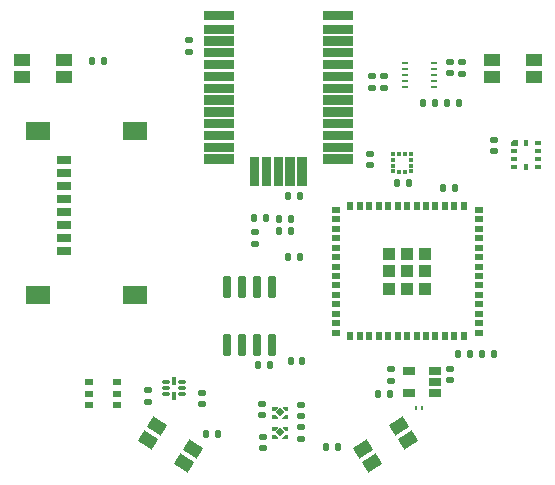
<source format=gbr>
G04 #@! TF.GenerationSoftware,KiCad,Pcbnew,7.0.8-7.0.8~ubuntu22.04.1*
G04 #@! TF.CreationDate,2023-10-27T20:54:45-04:00*
G04 #@! TF.ProjectId,osw,6f73772e-6b69-4636-9164-5f7063625858,4.0*
G04 #@! TF.SameCoordinates,Original*
G04 #@! TF.FileFunction,Paste,Top*
G04 #@! TF.FilePolarity,Positive*
%FSLAX46Y46*%
G04 Gerber Fmt 4.6, Leading zero omitted, Abs format (unit mm)*
G04 Created by KiCad (PCBNEW 7.0.8-7.0.8~ubuntu22.04.1) date 2023-10-27 20:54:45*
%MOMM*%
%LPD*%
G01*
G04 APERTURE LIST*
G04 Aperture macros list*
%AMRoundRect*
0 Rectangle with rounded corners*
0 $1 Rounding radius*
0 $2 $3 $4 $5 $6 $7 $8 $9 X,Y pos of 4 corners*
0 Add a 4 corners polygon primitive as box body*
4,1,4,$2,$3,$4,$5,$6,$7,$8,$9,$2,$3,0*
0 Add four circle primitives for the rounded corners*
1,1,$1+$1,$2,$3*
1,1,$1+$1,$4,$5*
1,1,$1+$1,$6,$7*
1,1,$1+$1,$8,$9*
0 Add four rect primitives between the rounded corners*
20,1,$1+$1,$2,$3,$4,$5,0*
20,1,$1+$1,$4,$5,$6,$7,0*
20,1,$1+$1,$6,$7,$8,$9,0*
20,1,$1+$1,$8,$9,$2,$3,0*%
%AMRotRect*
0 Rectangle, with rotation*
0 The origin of the aperture is its center*
0 $1 length*
0 $2 width*
0 $3 Rotation angle, in degrees counterclockwise*
0 Add horizontal line*
21,1,$1,$2,0,0,$3*%
G04 Aperture macros list end*
%ADD10C,0.010000*%
%ADD11C,0.001000*%
%ADD12RoundRect,0.135000X-0.185000X0.135000X-0.185000X-0.135000X0.185000X-0.135000X0.185000X0.135000X0*%
%ADD13RoundRect,0.135000X0.135000X0.185000X-0.135000X0.185000X-0.135000X-0.185000X0.135000X-0.185000X0*%
%ADD14RoundRect,0.140000X-0.170000X0.140000X-0.170000X-0.140000X0.170000X-0.140000X0.170000X0.140000X0*%
%ADD15R,0.275000X0.400000*%
%ADD16RoundRect,0.135000X-0.135000X-0.185000X0.135000X-0.185000X0.135000X0.185000X-0.135000X0.185000X0*%
%ADD17RoundRect,0.140000X-0.140000X-0.170000X0.140000X-0.170000X0.140000X0.170000X-0.140000X0.170000X0*%
%ADD18RoundRect,0.135000X0.185000X-0.135000X0.185000X0.135000X-0.185000X0.135000X-0.185000X-0.135000X0*%
%ADD19R,0.800000X0.550000*%
%ADD20R,0.500000X0.400000*%
%ADD21R,0.400000X0.500000*%
%ADD22R,0.500000X0.800000*%
%ADD23R,0.800000X0.500000*%
%ADD24R,1.000000X1.000000*%
%ADD25RotRect,1.400000X1.050000X327.481000*%
%ADD26RoundRect,0.140000X0.170000X-0.140000X0.170000X0.140000X-0.170000X0.140000X-0.170000X-0.140000X0*%
%ADD27RotRect,0.480000X0.480000X135.000000*%
%ADD28R,1.200000X0.800000*%
%ADD29R,2.000000X1.500000*%
%ADD30RoundRect,0.090000X-0.210000X0.865000X-0.210000X-0.865000X0.210000X-0.865000X0.210000X0.865000X0*%
%ADD31R,1.400000X1.050000*%
%ADD32RotRect,1.400000X1.050000X32.520000*%
%ADD33RoundRect,0.007500X-0.267500X-0.117500X0.267500X-0.117500X0.267500X0.117500X-0.267500X0.117500X0*%
%ADD34RoundRect,0.006000X-0.269000X-0.094000X0.269000X-0.094000X0.269000X0.094000X-0.269000X0.094000X0*%
%ADD35RoundRect,0.012000X0.138000X-0.288000X0.138000X0.288000X-0.138000X0.288000X-0.138000X-0.288000X0*%
%ADD36R,1.060000X0.650000*%
%ADD37R,0.375000X0.350000*%
%ADD38R,0.350000X0.375000*%
%ADD39R,0.575000X0.250000*%
G04 APERTURE END LIST*
D10*
X166275000Y-103250000D02*
X163825000Y-103250000D01*
X163825000Y-102550000D01*
X166275000Y-102550000D01*
X166275000Y-103250000D01*
G36*
X166275000Y-103250000D02*
G01*
X163825000Y-103250000D01*
X163825000Y-102550000D01*
X166275000Y-102550000D01*
X166275000Y-103250000D01*
G37*
X166275000Y-102250000D02*
X163825000Y-102250000D01*
X163825000Y-101550000D01*
X166275000Y-101550000D01*
X166275000Y-102250000D01*
G36*
X166275000Y-102250000D02*
G01*
X163825000Y-102250000D01*
X163825000Y-101550000D01*
X166275000Y-101550000D01*
X166275000Y-102250000D01*
G37*
X166275000Y-101250000D02*
X163825000Y-101250000D01*
X163825000Y-100550000D01*
X166275000Y-100550000D01*
X166275000Y-101250000D01*
G36*
X166275000Y-101250000D02*
G01*
X163825000Y-101250000D01*
X163825000Y-100550000D01*
X166275000Y-100550000D01*
X166275000Y-101250000D01*
G37*
X166275000Y-100250000D02*
X163825000Y-100250000D01*
X163825000Y-99550000D01*
X166275000Y-99550000D01*
X166275000Y-100250000D01*
G36*
X166275000Y-100250000D02*
G01*
X163825000Y-100250000D01*
X163825000Y-99550000D01*
X166275000Y-99550000D01*
X166275000Y-100250000D01*
G37*
X166275000Y-99250000D02*
X163825000Y-99250000D01*
X163825000Y-98550000D01*
X166275000Y-98550000D01*
X166275000Y-99250000D01*
G36*
X166275000Y-99250000D02*
G01*
X163825000Y-99250000D01*
X163825000Y-98550000D01*
X166275000Y-98550000D01*
X166275000Y-99250000D01*
G37*
X166275000Y-98250000D02*
X163825000Y-98250000D01*
X163825000Y-97550000D01*
X166275000Y-97550000D01*
X166275000Y-98250000D01*
G36*
X166275000Y-98250000D02*
G01*
X163825000Y-98250000D01*
X163825000Y-97550000D01*
X166275000Y-97550000D01*
X166275000Y-98250000D01*
G37*
X166275000Y-97250000D02*
X163825000Y-97250000D01*
X163825000Y-96550000D01*
X166275000Y-96550000D01*
X166275000Y-97250000D01*
G36*
X166275000Y-97250000D02*
G01*
X163825000Y-97250000D01*
X163825000Y-96550000D01*
X166275000Y-96550000D01*
X166275000Y-97250000D01*
G37*
X166275000Y-96250000D02*
X163825000Y-96250000D01*
X163825000Y-95550000D01*
X166275000Y-95550000D01*
X166275000Y-96250000D01*
G36*
X166275000Y-96250000D02*
G01*
X163825000Y-96250000D01*
X163825000Y-95550000D01*
X166275000Y-95550000D01*
X166275000Y-96250000D01*
G37*
X166275000Y-95250000D02*
X163825000Y-95250000D01*
X163825000Y-94550000D01*
X166275000Y-94550000D01*
X166275000Y-95250000D01*
G36*
X166275000Y-95250000D02*
G01*
X163825000Y-95250000D01*
X163825000Y-94550000D01*
X166275000Y-94550000D01*
X166275000Y-95250000D01*
G37*
X166275000Y-94250000D02*
X163825000Y-94250000D01*
X163825000Y-93550000D01*
X166275000Y-93550000D01*
X166275000Y-94250000D01*
G36*
X166275000Y-94250000D02*
G01*
X163825000Y-94250000D01*
X163825000Y-93550000D01*
X166275000Y-93550000D01*
X166275000Y-94250000D01*
G37*
X166275000Y-93250000D02*
X163825000Y-93250000D01*
X163825000Y-92550000D01*
X166275000Y-92550000D01*
X166275000Y-93250000D01*
G36*
X166275000Y-93250000D02*
G01*
X163825000Y-93250000D01*
X163825000Y-92550000D01*
X166275000Y-92550000D01*
X166275000Y-93250000D01*
G37*
X166275000Y-92250000D02*
X163825000Y-92250000D01*
X163825000Y-91550000D01*
X166275000Y-91550000D01*
X166275000Y-92250000D01*
G36*
X166275000Y-92250000D02*
G01*
X163825000Y-92250000D01*
X163825000Y-91550000D01*
X166275000Y-91550000D01*
X166275000Y-92250000D01*
G37*
X166275000Y-91100000D02*
X163825000Y-91100000D01*
X163825000Y-90400000D01*
X166275000Y-90400000D01*
X166275000Y-91100000D01*
G36*
X166275000Y-91100000D02*
G01*
X163825000Y-91100000D01*
X163825000Y-90400000D01*
X166275000Y-90400000D01*
X166275000Y-91100000D01*
G37*
X162350000Y-105175000D02*
X161650000Y-105175000D01*
X161650000Y-102725000D01*
X162350000Y-102725000D01*
X162350000Y-105175000D01*
G36*
X162350000Y-105175000D02*
G01*
X161650000Y-105175000D01*
X161650000Y-102725000D01*
X162350000Y-102725000D01*
X162350000Y-105175000D01*
G37*
X161350000Y-105175000D02*
X160650000Y-105175000D01*
X160650000Y-102725000D01*
X161350000Y-102725000D01*
X161350000Y-105175000D01*
G36*
X161350000Y-105175000D02*
G01*
X160650000Y-105175000D01*
X160650000Y-102725000D01*
X161350000Y-102725000D01*
X161350000Y-105175000D01*
G37*
X160350000Y-105175000D02*
X159650000Y-105175000D01*
X159650000Y-102725000D01*
X160350000Y-102725000D01*
X160350000Y-105175000D01*
G36*
X160350000Y-105175000D02*
G01*
X159650000Y-105175000D01*
X159650000Y-102725000D01*
X160350000Y-102725000D01*
X160350000Y-105175000D01*
G37*
X159350000Y-105175000D02*
X158650000Y-105175000D01*
X158650000Y-102725000D01*
X159350000Y-102725000D01*
X159350000Y-105175000D01*
G36*
X159350000Y-105175000D02*
G01*
X158650000Y-105175000D01*
X158650000Y-102725000D01*
X159350000Y-102725000D01*
X159350000Y-105175000D01*
G37*
X158350000Y-105175000D02*
X157650000Y-105175000D01*
X157650000Y-102725000D01*
X158350000Y-102725000D01*
X158350000Y-105175000D01*
G36*
X158350000Y-105175000D02*
G01*
X157650000Y-105175000D01*
X157650000Y-102725000D01*
X158350000Y-102725000D01*
X158350000Y-105175000D01*
G37*
X156175000Y-103250000D02*
X153725000Y-103250000D01*
X153725000Y-102550000D01*
X156175000Y-102550000D01*
X156175000Y-103250000D01*
G36*
X156175000Y-103250000D02*
G01*
X153725000Y-103250000D01*
X153725000Y-102550000D01*
X156175000Y-102550000D01*
X156175000Y-103250000D01*
G37*
X156175000Y-102250000D02*
X153725000Y-102250000D01*
X153725000Y-101550000D01*
X156175000Y-101550000D01*
X156175000Y-102250000D01*
G36*
X156175000Y-102250000D02*
G01*
X153725000Y-102250000D01*
X153725000Y-101550000D01*
X156175000Y-101550000D01*
X156175000Y-102250000D01*
G37*
X156175000Y-101250000D02*
X153725000Y-101250000D01*
X153725000Y-100550000D01*
X156175000Y-100550000D01*
X156175000Y-101250000D01*
G36*
X156175000Y-101250000D02*
G01*
X153725000Y-101250000D01*
X153725000Y-100550000D01*
X156175000Y-100550000D01*
X156175000Y-101250000D01*
G37*
X156175000Y-100250000D02*
X153725000Y-100250000D01*
X153725000Y-99550000D01*
X156175000Y-99550000D01*
X156175000Y-100250000D01*
G36*
X156175000Y-100250000D02*
G01*
X153725000Y-100250000D01*
X153725000Y-99550000D01*
X156175000Y-99550000D01*
X156175000Y-100250000D01*
G37*
X156175000Y-99250000D02*
X153725000Y-99250000D01*
X153725000Y-98550000D01*
X156175000Y-98550000D01*
X156175000Y-99250000D01*
G36*
X156175000Y-99250000D02*
G01*
X153725000Y-99250000D01*
X153725000Y-98550000D01*
X156175000Y-98550000D01*
X156175000Y-99250000D01*
G37*
X156175000Y-98250000D02*
X153725000Y-98250000D01*
X153725000Y-97550000D01*
X156175000Y-97550000D01*
X156175000Y-98250000D01*
G36*
X156175000Y-98250000D02*
G01*
X153725000Y-98250000D01*
X153725000Y-97550000D01*
X156175000Y-97550000D01*
X156175000Y-98250000D01*
G37*
X156175000Y-97250000D02*
X153725000Y-97250000D01*
X153725000Y-96550000D01*
X156175000Y-96550000D01*
X156175000Y-97250000D01*
G36*
X156175000Y-97250000D02*
G01*
X153725000Y-97250000D01*
X153725000Y-96550000D01*
X156175000Y-96550000D01*
X156175000Y-97250000D01*
G37*
X156175000Y-96250000D02*
X153725000Y-96250000D01*
X153725000Y-95550000D01*
X156175000Y-95550000D01*
X156175000Y-96250000D01*
G36*
X156175000Y-96250000D02*
G01*
X153725000Y-96250000D01*
X153725000Y-95550000D01*
X156175000Y-95550000D01*
X156175000Y-96250000D01*
G37*
X156175000Y-95250000D02*
X153725000Y-95250000D01*
X153725000Y-94550000D01*
X156175000Y-94550000D01*
X156175000Y-95250000D01*
G36*
X156175000Y-95250000D02*
G01*
X153725000Y-95250000D01*
X153725000Y-94550000D01*
X156175000Y-94550000D01*
X156175000Y-95250000D01*
G37*
X156175000Y-94250000D02*
X153725000Y-94250000D01*
X153725000Y-93550000D01*
X156175000Y-93550000D01*
X156175000Y-94250000D01*
G36*
X156175000Y-94250000D02*
G01*
X153725000Y-94250000D01*
X153725000Y-93550000D01*
X156175000Y-93550000D01*
X156175000Y-94250000D01*
G37*
X156175000Y-93250000D02*
X153725000Y-93250000D01*
X153725000Y-92550000D01*
X156175000Y-92550000D01*
X156175000Y-93250000D01*
G36*
X156175000Y-93250000D02*
G01*
X153725000Y-93250000D01*
X153725000Y-92550000D01*
X156175000Y-92550000D01*
X156175000Y-93250000D01*
G37*
X156175000Y-92250000D02*
X153725000Y-92250000D01*
X153725000Y-91550000D01*
X156175000Y-91550000D01*
X156175000Y-92250000D01*
G36*
X156175000Y-92250000D02*
G01*
X153725000Y-92250000D01*
X153725000Y-91550000D01*
X156175000Y-91550000D01*
X156175000Y-92250000D01*
G37*
X156175000Y-91100000D02*
X153725000Y-91100000D01*
X153725000Y-90400000D01*
X156175000Y-90400000D01*
X156175000Y-91100000D01*
G36*
X156175000Y-91100000D02*
G01*
X153725000Y-91100000D01*
X153725000Y-90400000D01*
X156175000Y-90400000D01*
X156175000Y-91100000D01*
G37*
D11*
X180250000Y-101750000D02*
X179750000Y-101750000D01*
X179750000Y-101550000D01*
X179950000Y-101350000D01*
X180250000Y-101350000D01*
X180250000Y-101750000D01*
G36*
X180250000Y-101750000D02*
G01*
X179750000Y-101750000D01*
X179750000Y-101550000D01*
X179950000Y-101350000D01*
X180250000Y-101350000D01*
X180250000Y-101750000D01*
G37*
X160801000Y-124823000D02*
X160331000Y-124823000D01*
X160581000Y-124573000D01*
X160801000Y-124573000D01*
X160801000Y-124823000D01*
G36*
X160801000Y-124823000D02*
G01*
X160331000Y-124823000D01*
X160581000Y-124573000D01*
X160801000Y-124573000D01*
X160801000Y-124823000D01*
G37*
X160801000Y-124173000D02*
X160581000Y-124173000D01*
X160401000Y-123998000D01*
X160401000Y-123923000D01*
X160801000Y-123923000D01*
X160801000Y-124173000D01*
G36*
X160801000Y-124173000D02*
G01*
X160581000Y-124173000D01*
X160401000Y-123998000D01*
X160401000Y-123923000D01*
X160801000Y-123923000D01*
X160801000Y-124173000D01*
G37*
X159901000Y-124748000D02*
X159901000Y-124823000D01*
X159501000Y-124823000D01*
X159501000Y-124573000D01*
X159721000Y-124573000D01*
X159901000Y-124748000D01*
G36*
X159901000Y-124748000D02*
G01*
X159901000Y-124823000D01*
X159501000Y-124823000D01*
X159501000Y-124573000D01*
X159721000Y-124573000D01*
X159901000Y-124748000D01*
G37*
X159901000Y-123998000D02*
X159721000Y-124173000D01*
X159501000Y-124173000D01*
X159501000Y-123923000D01*
X159901000Y-123923000D01*
X159901000Y-123998000D01*
G36*
X159901000Y-123998000D02*
G01*
X159721000Y-124173000D01*
X159501000Y-124173000D01*
X159501000Y-123923000D01*
X159901000Y-123923000D01*
X159901000Y-123998000D01*
G37*
X160814000Y-126523000D02*
X160344000Y-126523000D01*
X160594000Y-126273000D01*
X160814000Y-126273000D01*
X160814000Y-126523000D01*
G36*
X160814000Y-126523000D02*
G01*
X160344000Y-126523000D01*
X160594000Y-126273000D01*
X160814000Y-126273000D01*
X160814000Y-126523000D01*
G37*
X160814000Y-125873000D02*
X160594000Y-125873000D01*
X160414000Y-125698000D01*
X160414000Y-125623000D01*
X160814000Y-125623000D01*
X160814000Y-125873000D01*
G36*
X160814000Y-125873000D02*
G01*
X160594000Y-125873000D01*
X160414000Y-125698000D01*
X160414000Y-125623000D01*
X160814000Y-125623000D01*
X160814000Y-125873000D01*
G37*
X159914000Y-126448000D02*
X159914000Y-126523000D01*
X159514000Y-126523000D01*
X159514000Y-126273000D01*
X159734000Y-126273000D01*
X159914000Y-126448000D01*
G36*
X159914000Y-126448000D02*
G01*
X159914000Y-126523000D01*
X159514000Y-126523000D01*
X159514000Y-126273000D01*
X159734000Y-126273000D01*
X159914000Y-126448000D01*
G37*
X159914000Y-125698000D02*
X159734000Y-125873000D01*
X159514000Y-125873000D01*
X159514000Y-125623000D01*
X159914000Y-125623000D01*
X159914000Y-125698000D01*
G36*
X159914000Y-125698000D02*
G01*
X159734000Y-125873000D01*
X159514000Y-125873000D01*
X159514000Y-125623000D01*
X159914000Y-125623000D01*
X159914000Y-125698000D01*
G37*
D12*
X175600000Y-94690000D03*
X175600000Y-95710000D03*
D13*
X161910000Y-106100000D03*
X160890000Y-106100000D03*
X165110000Y-127300000D03*
X164090000Y-127300000D03*
D14*
X174600000Y-94720000D03*
X174600000Y-95680000D03*
D15*
X172187500Y-124000000D03*
X171662500Y-124000000D03*
D16*
X153890000Y-126200000D03*
X154910000Y-126200000D03*
D17*
X174020000Y-105400000D03*
X174980000Y-105400000D03*
D14*
X153600000Y-122720000D03*
X153600000Y-123680000D03*
D18*
X169600000Y-121710000D03*
X169600000Y-120690000D03*
D19*
X146400000Y-123750000D03*
X146400000Y-122800000D03*
X146400000Y-121850000D03*
X144000000Y-121850000D03*
X144000000Y-122800000D03*
X144000000Y-123750000D03*
D14*
X168000000Y-95920000D03*
X168000000Y-96880000D03*
D20*
X180000000Y-102250000D03*
X180000000Y-102950000D03*
X180000000Y-103650000D03*
D21*
X181000000Y-103600000D03*
D20*
X182000000Y-103650000D03*
X182000000Y-102950000D03*
X182000000Y-102250000D03*
X182000000Y-101550000D03*
D21*
X181000000Y-101600000D03*
D12*
X158100000Y-109090000D03*
X158100000Y-110110000D03*
D22*
X175750000Y-106937500D03*
X174950000Y-106937500D03*
X174150000Y-106937500D03*
X173350000Y-106937500D03*
X172550000Y-106937500D03*
X171750000Y-106937500D03*
X170950000Y-106937500D03*
X170150000Y-106937500D03*
X169350000Y-106937500D03*
X168550000Y-106937500D03*
X167750000Y-106937500D03*
X166950000Y-106937500D03*
X166150000Y-106937500D03*
D23*
X164900000Y-107237500D03*
X164900000Y-108037500D03*
X164900000Y-108837500D03*
X164900000Y-109637500D03*
X164900000Y-110437500D03*
X164900000Y-111237500D03*
X164900000Y-112037500D03*
X164900000Y-112837500D03*
X164900000Y-113637500D03*
X164900000Y-114437500D03*
X164900000Y-115237500D03*
X164900000Y-116037500D03*
X164900000Y-116837500D03*
X164900000Y-117637500D03*
D22*
X166150000Y-117937500D03*
X166950000Y-117937500D03*
X167750000Y-117937500D03*
X168550000Y-117937500D03*
X169350000Y-117937500D03*
X170150000Y-117937500D03*
X170950000Y-117937500D03*
X171750000Y-117937500D03*
X172550000Y-117937500D03*
X173350000Y-117937500D03*
X174150000Y-117937500D03*
X174950000Y-117937500D03*
X175750000Y-117937500D03*
D23*
X177000000Y-117637500D03*
X177000000Y-116837500D03*
X177000000Y-116037500D03*
X177000000Y-115237500D03*
X177000000Y-114437500D03*
X177000000Y-113637500D03*
X177000000Y-112837500D03*
X177000000Y-112037500D03*
X177000000Y-111237500D03*
X177000000Y-110437500D03*
X177000000Y-109637500D03*
X177000000Y-108837500D03*
X177000000Y-108037500D03*
X177000000Y-107237500D03*
D24*
X172450000Y-110937500D03*
X170950000Y-110937500D03*
X169450000Y-110937500D03*
X172450000Y-112437500D03*
X170950000Y-112437500D03*
X169450000Y-112437500D03*
X172450000Y-113937500D03*
X170950000Y-113937500D03*
X169450000Y-113937500D03*
D13*
X161110000Y-108000000D03*
X160090000Y-108000000D03*
D17*
X161120000Y-120000000D03*
X162080000Y-120000000D03*
D13*
X159310000Y-120400000D03*
X158290000Y-120400000D03*
X145290000Y-94615000D03*
X144270000Y-94615000D03*
D25*
X149771961Y-125521028D03*
X152807529Y-127456313D03*
X148992471Y-126743687D03*
X152028039Y-128678972D03*
D26*
X161964000Y-126607000D03*
X161964000Y-125647000D03*
D14*
X158746000Y-126447000D03*
X158746000Y-127407000D03*
D26*
X167800000Y-103480000D03*
X167800000Y-102520000D03*
D13*
X175310000Y-98200000D03*
X174290000Y-98200000D03*
D27*
X160151000Y-124373000D03*
D26*
X158646000Y-124607000D03*
X158646000Y-123647000D03*
D13*
X171110000Y-105000000D03*
X170090000Y-105000000D03*
D28*
X141875000Y-110725000D03*
X141875000Y-109625000D03*
X141875000Y-108525000D03*
X141875000Y-107425000D03*
X141875000Y-106325000D03*
X141875000Y-105225000D03*
X141875000Y-104125000D03*
X141875000Y-103025000D03*
D29*
X139675000Y-100555000D03*
X147875000Y-100555000D03*
X147875000Y-114445000D03*
X139675000Y-114445000D03*
D26*
X149000000Y-123480000D03*
X149000000Y-122520000D03*
D13*
X161910000Y-111200000D03*
X160890000Y-111200000D03*
D14*
X174600000Y-120720000D03*
X174600000Y-121680000D03*
D30*
X159505000Y-113740000D03*
X158235000Y-113740000D03*
X156965000Y-113740000D03*
X155695000Y-113740000D03*
X155695000Y-118660000D03*
X156965000Y-118660000D03*
X158235000Y-118660000D03*
X159505000Y-118660000D03*
D13*
X169510000Y-122800000D03*
X168490000Y-122800000D03*
D31*
X141900000Y-96025000D03*
X138300000Y-96025000D03*
X141900000Y-94575000D03*
X138300000Y-94575000D03*
D32*
X167192477Y-127456346D03*
X170228011Y-125521008D03*
X167971989Y-128678992D03*
X171007523Y-126743654D03*
D13*
X159010000Y-107900000D03*
X157990000Y-107900000D03*
D33*
X150525000Y-121850000D03*
D34*
X150525000Y-122350000D03*
D33*
X150525000Y-122850000D03*
D35*
X151200000Y-123000000D03*
D33*
X151875000Y-122850000D03*
D34*
X151875000Y-122350000D03*
D33*
X151875000Y-121850000D03*
D35*
X151200000Y-121700000D03*
D12*
X152500000Y-92890000D03*
X152500000Y-93910000D03*
D16*
X172290000Y-98200000D03*
X173310000Y-98200000D03*
D13*
X176310000Y-119400000D03*
X175290000Y-119400000D03*
D36*
X173300000Y-122750000D03*
X173300000Y-121800000D03*
X173300000Y-120850000D03*
X171100000Y-120850000D03*
X171100000Y-122750000D03*
D37*
X169787500Y-102487500D03*
X169787500Y-102987500D03*
X169787500Y-103487500D03*
X169787500Y-103987500D03*
D38*
X170300000Y-104000000D03*
X170800000Y-104000000D03*
D37*
X171312500Y-103987500D03*
X171312500Y-103487500D03*
X171312500Y-102987500D03*
X171312500Y-102487500D03*
D38*
X170800000Y-102475000D03*
X170300000Y-102475000D03*
D14*
X178300000Y-101320000D03*
X178300000Y-102280000D03*
D27*
X160164000Y-126073000D03*
D31*
X181700000Y-96025000D03*
X178100000Y-96025000D03*
X181700000Y-94575000D03*
X178100000Y-94575000D03*
D14*
X169000000Y-95920000D03*
X169000000Y-96880000D03*
D13*
X161110000Y-109000000D03*
X160090000Y-109000000D03*
D39*
X170755400Y-94800000D03*
X170755400Y-95300000D03*
X170755400Y-95800000D03*
X170755400Y-96300000D03*
X170755400Y-96800000D03*
X173244600Y-96800000D03*
X173244600Y-96300000D03*
X173244600Y-95800000D03*
X173244600Y-95300000D03*
X173244600Y-94800000D03*
D26*
X161946000Y-124707000D03*
X161946000Y-123747000D03*
D13*
X178310000Y-119400000D03*
X177290000Y-119400000D03*
M02*

</source>
